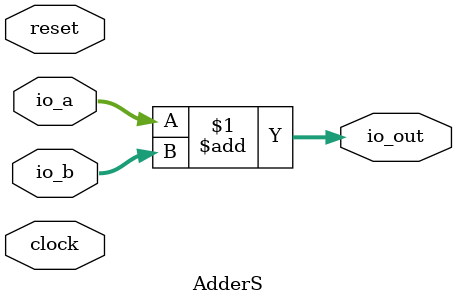
<source format=v>
module AdderS(
  input        clock,
  input        reset,
  input  [7:0] io_a,
  input  [7:0] io_b,
  output [7:0] io_out
);
  assign io_out = io_a + io_b; // @[Accum.scala 50:24]
endmodule

</source>
